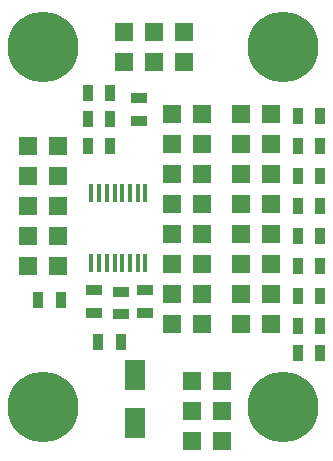
<source format=gbr>
G04 This is an RS-274x file exported by *
G04 gerbv version 2.6.1 *
G04 More information is available about gerbv at *
G04 http://gerbv.geda-project.org/ *
G04 --End of header info--*
%MOIN*%
%FSLAX34Y34*%
%IPPOS*%
G04 --Define apertures--*
%ADD10C,0.0118*%
%ADD11R,0.0600X0.0600*%
%ADD12R,0.0350X0.0550*%
%ADD13C,0.2362*%
%ADD14R,0.0177X0.0591*%
%ADD15R,0.0550X0.0350*%
%ADD16R,0.0709X0.0984*%
G04 --Start main section--*
G54D11*
G01X0007950Y0000850D03*
G01X0006950Y0000850D03*
G01X0007950Y0001850D03*
G01X0006950Y0001850D03*
G01X0007950Y0002850D03*
G01X0006950Y0002850D03*
G01X0008600Y0010750D03*
G01X0009600Y0010750D03*
G54D12*
G01X0004575Y0004150D03*
G01X0003825Y0004150D03*
G54D13*
G01X0010000Y0014000D03*
G54D14*
G01X0003604Y0009111D03*
G01X0003860Y0009111D03*
G01X0004116Y0009111D03*
G01X0004372Y0009111D03*
G01X0004628Y0009111D03*
G01X0004884Y0009111D03*
G01X0005140Y0009111D03*
G01X0005396Y0009111D03*
G01X0005396Y0006789D03*
G01X0005140Y0006789D03*
G01X0004884Y0006789D03*
G01X0004628Y0006789D03*
G01X0004372Y0006789D03*
G01X0004116Y0006789D03*
G01X0003860Y0006789D03*
G01X0003604Y0006789D03*
G54D12*
G01X0011225Y0004700D03*
G01X0010475Y0004700D03*
G01X0011225Y0005700D03*
G01X0010475Y0005700D03*
G01X0011225Y0006700D03*
G01X0010475Y0006700D03*
G01X0011225Y0007700D03*
G01X0010475Y0007700D03*
G01X0011225Y0008700D03*
G01X0010475Y0008700D03*
G01X0011225Y0009700D03*
G01X0010475Y0009700D03*
G01X0011225Y0010700D03*
G01X0010475Y0010700D03*
G01X0011225Y0011700D03*
G01X0010475Y0011700D03*
G54D15*
G01X0003700Y0005125D03*
G01X0003700Y0005875D03*
G01X0005400Y0005125D03*
G01X0005400Y0005875D03*
G01X0004600Y0005075D03*
G01X0004600Y0005825D03*
G01X0005200Y0011525D03*
G01X0005200Y0012275D03*
G54D12*
G01X0003475Y0010700D03*
G01X0004225Y0010700D03*
G01X0003475Y0011600D03*
G01X0004225Y0011600D03*
G01X0003475Y0012450D03*
G01X0004225Y0012450D03*
G54D13*
G01X0002000Y0014000D03*
G01X0010000Y0002000D03*
G01X0002000Y0002000D03*
G54D11*
G01X0006300Y0004750D03*
G01X0007300Y0004750D03*
G01X0006300Y0005750D03*
G01X0007300Y0005750D03*
G01X0006300Y0006750D03*
G01X0007300Y0006750D03*
G01X0006300Y0007750D03*
G01X0007300Y0007750D03*
G01X0006300Y0008750D03*
G01X0007300Y0008750D03*
G01X0006300Y0009750D03*
G01X0007300Y0009750D03*
G01X0006300Y0010750D03*
G01X0007300Y0010750D03*
G01X0006300Y0011750D03*
G01X0007300Y0011750D03*
G01X0008600Y0004750D03*
G01X0009600Y0004750D03*
G01X0008600Y0005750D03*
G01X0009600Y0005750D03*
G01X0008600Y0006750D03*
G01X0009600Y0006750D03*
G01X0008600Y0007750D03*
G01X0009600Y0007750D03*
G01X0008600Y0008750D03*
G01X0009600Y0008750D03*
G01X0008600Y0009750D03*
G01X0009600Y0009750D03*
G01X0008600Y0011750D03*
G01X0009600Y0011750D03*
G01X0006700Y0013500D03*
G01X0006700Y0014500D03*
G01X0002500Y0006700D03*
G01X0001500Y0006700D03*
G01X0002500Y0007700D03*
G01X0001500Y0007700D03*
G01X0002500Y0008700D03*
G01X0001500Y0008700D03*
G01X0002500Y0009700D03*
G01X0001500Y0009700D03*
G01X0002500Y0010700D03*
G01X0001500Y0010700D03*
G01X0005700Y0014500D03*
G01X0005700Y0013500D03*
G01X0004700Y0014500D03*
G01X0004700Y0013500D03*
G54D16*
G01X0005050Y0001463D03*
G01X0005050Y0003037D03*
G54D12*
G01X0011225Y0003800D03*
G01X0010475Y0003800D03*
G01X0002575Y0005550D03*
G01X0001825Y0005550D03*
M02*

</source>
